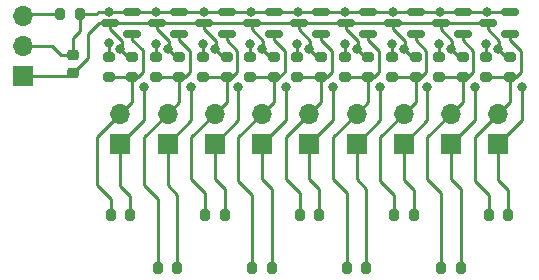
<source format=gtl>
%TF.GenerationSoftware,KiCad,Pcbnew,(6.0.2)*%
%TF.CreationDate,2022-02-22T17:34:28+01:00*%
%TF.ProjectId,temp_hotspot_detector,74656d70-5f68-46f7-9473-706f745f6465,rev?*%
%TF.SameCoordinates,Original*%
%TF.FileFunction,Copper,L1,Top*%
%TF.FilePolarity,Positive*%
%FSLAX46Y46*%
G04 Gerber Fmt 4.6, Leading zero omitted, Abs format (unit mm)*
G04 Created by KiCad (PCBNEW (6.0.2)) date 2022-02-22 17:34:28*
%MOMM*%
%LPD*%
G01*
G04 APERTURE LIST*
G04 Aperture macros list*
%AMRoundRect*
0 Rectangle with rounded corners*
0 $1 Rounding radius*
0 $2 $3 $4 $5 $6 $7 $8 $9 X,Y pos of 4 corners*
0 Add a 4 corners polygon primitive as box body*
4,1,4,$2,$3,$4,$5,$6,$7,$8,$9,$2,$3,0*
0 Add four circle primitives for the rounded corners*
1,1,$1+$1,$2,$3*
1,1,$1+$1,$4,$5*
1,1,$1+$1,$6,$7*
1,1,$1+$1,$8,$9*
0 Add four rect primitives between the rounded corners*
20,1,$1+$1,$2,$3,$4,$5,0*
20,1,$1+$1,$4,$5,$6,$7,0*
20,1,$1+$1,$6,$7,$8,$9,0*
20,1,$1+$1,$8,$9,$2,$3,0*%
G04 Aperture macros list end*
%TA.AperFunction,SMDPad,CuDef*%
%ADD10RoundRect,0.200000X0.275000X-0.200000X0.275000X0.200000X-0.275000X0.200000X-0.275000X-0.200000X0*%
%TD*%
%TA.AperFunction,ComponentPad*%
%ADD11R,1.700000X1.700000*%
%TD*%
%TA.AperFunction,ComponentPad*%
%ADD12O,1.700000X1.700000*%
%TD*%
%TA.AperFunction,SMDPad,CuDef*%
%ADD13RoundRect,0.200000X-0.275000X0.200000X-0.275000X-0.200000X0.275000X-0.200000X0.275000X0.200000X0*%
%TD*%
%TA.AperFunction,SMDPad,CuDef*%
%ADD14RoundRect,0.200000X-0.200000X-0.275000X0.200000X-0.275000X0.200000X0.275000X-0.200000X0.275000X0*%
%TD*%
%TA.AperFunction,SMDPad,CuDef*%
%ADD15RoundRect,0.225000X-0.250000X0.225000X-0.250000X-0.225000X0.250000X-0.225000X0.250000X0.225000X0*%
%TD*%
%TA.AperFunction,SMDPad,CuDef*%
%ADD16RoundRect,0.150000X0.587500X0.150000X-0.587500X0.150000X-0.587500X-0.150000X0.587500X-0.150000X0*%
%TD*%
%TA.AperFunction,ViaPad*%
%ADD17C,0.800000*%
%TD*%
%TA.AperFunction,Conductor*%
%ADD18C,0.250000*%
%TD*%
G04 APERTURE END LIST*
D10*
X57000000Y-59325000D03*
X57000000Y-57675000D03*
D11*
X48000000Y-65000000D03*
D12*
X48000000Y-62460000D03*
D13*
X67000000Y-57675000D03*
X67000000Y-59325000D03*
D11*
X64000000Y-65000000D03*
D12*
X64000000Y-62460000D03*
D14*
X67175000Y-71000000D03*
X68825000Y-71000000D03*
X59175000Y-71000000D03*
X60825000Y-71000000D03*
D10*
X65000000Y-59325000D03*
X65000000Y-57675000D03*
D13*
X47000000Y-57675000D03*
X47000000Y-59325000D03*
D11*
X44000000Y-65000000D03*
D12*
X44000000Y-62460000D03*
D13*
X71000000Y-57675000D03*
X71000000Y-59325000D03*
D15*
X39990000Y-57500000D03*
X39990000Y-59050000D03*
D13*
X43000000Y-57675000D03*
X43000000Y-59325000D03*
D10*
X45000000Y-59325000D03*
X45000000Y-57675000D03*
D11*
X56000000Y-65000000D03*
D12*
X56000000Y-62460000D03*
D11*
X35750000Y-59275000D03*
D12*
X35750000Y-56735000D03*
X35750000Y-54195000D03*
D13*
X75000000Y-57675000D03*
X75000000Y-59325000D03*
D16*
X49000000Y-55750000D03*
X49000000Y-53850000D03*
X47125000Y-54800000D03*
X77000000Y-55750000D03*
X77000000Y-53850000D03*
X75125000Y-54800000D03*
D14*
X47175000Y-75500000D03*
X48825000Y-75500000D03*
D13*
X63000000Y-57675000D03*
X63000000Y-59325000D03*
X51000000Y-57675000D03*
X51000000Y-59325000D03*
D11*
X72000000Y-65000000D03*
D12*
X72000000Y-62460000D03*
D16*
X53000000Y-55750000D03*
X53000000Y-53850000D03*
X51125000Y-54800000D03*
D11*
X68000000Y-65000000D03*
D12*
X68000000Y-62460000D03*
D11*
X60000000Y-65000000D03*
D12*
X60000000Y-62460000D03*
D13*
X55000000Y-57675000D03*
X55000000Y-59325000D03*
D14*
X55175000Y-75500000D03*
X56825000Y-75500000D03*
D16*
X45000000Y-55750000D03*
X45000000Y-53850000D03*
X43125000Y-54800000D03*
X73000000Y-55750000D03*
X73000000Y-53850000D03*
X71125000Y-54800000D03*
D14*
X71175000Y-75500000D03*
X72825000Y-75500000D03*
D11*
X76000000Y-65000000D03*
D12*
X76000000Y-62460000D03*
D10*
X73000000Y-59325000D03*
X73000000Y-57675000D03*
D16*
X65000000Y-55750000D03*
X65000000Y-53850000D03*
X63125000Y-54800000D03*
X61000000Y-55750000D03*
X61000000Y-53850000D03*
X59125000Y-54800000D03*
D10*
X49000000Y-59325000D03*
X49000000Y-57675000D03*
X69000000Y-59325000D03*
X69000000Y-57675000D03*
D14*
X63175000Y-75500000D03*
X64825000Y-75500000D03*
X51175000Y-71000000D03*
X52825000Y-71000000D03*
D10*
X77000000Y-59325000D03*
X77000000Y-57675000D03*
D14*
X38925000Y-54000000D03*
X40575000Y-54000000D03*
D16*
X57000000Y-55750000D03*
X57000000Y-53850000D03*
X55125000Y-54800000D03*
D14*
X43175000Y-71000000D03*
X44825000Y-71000000D03*
X75175000Y-71000000D03*
X76825000Y-71000000D03*
D10*
X53000000Y-59325000D03*
X53000000Y-57675000D03*
D16*
X69000000Y-55750000D03*
X69000000Y-53850000D03*
X67125000Y-54800000D03*
D10*
X61000000Y-59325000D03*
X61000000Y-57675000D03*
D13*
X59000000Y-57675000D03*
X59000000Y-59325000D03*
D11*
X52000000Y-65000000D03*
D12*
X52000000Y-62460000D03*
D17*
X55050000Y-53875000D03*
X71000000Y-56525000D03*
X43000000Y-56500000D03*
X55000000Y-56525000D03*
X59000000Y-56525000D03*
X63000000Y-56525000D03*
X47000000Y-56525000D03*
X63050000Y-53875000D03*
X75000000Y-56525000D03*
X51050000Y-53875000D03*
X43050000Y-53850000D03*
X75050000Y-53875000D03*
X67000000Y-56525000D03*
X51000000Y-56525000D03*
X67050000Y-53875000D03*
X71050000Y-53875000D03*
X59050000Y-53875000D03*
X47050000Y-53875000D03*
X50000000Y-60200000D03*
X72000000Y-57000000D03*
X56000000Y-57000000D03*
X60000000Y-57000000D03*
X68000000Y-57000000D03*
X46000000Y-60200000D03*
X62000000Y-60200000D03*
X48000000Y-57000000D03*
X78000000Y-60200000D03*
X74000000Y-60200000D03*
X66000000Y-60200000D03*
X54000000Y-60200000D03*
X76000000Y-57000000D03*
X52000000Y-57000000D03*
X64000000Y-57000000D03*
X70000000Y-60200000D03*
X44000000Y-57000000D03*
X58000000Y-60200000D03*
D18*
X43000000Y-57675000D02*
X43000000Y-56500000D01*
X67000000Y-57700000D02*
X67000000Y-56525000D01*
X47000000Y-57700000D02*
X47000000Y-56525000D01*
X42150000Y-53850000D02*
X42000000Y-54000000D01*
X63000000Y-57700000D02*
X63000000Y-56525000D01*
X43150000Y-53850000D02*
X43050000Y-53850000D01*
X71000000Y-57700000D02*
X71000000Y-56525000D01*
X40575000Y-54000000D02*
X40575000Y-55425000D01*
X38235000Y-56735000D02*
X35750000Y-56735000D01*
X77000000Y-53850000D02*
X47150000Y-53850000D01*
X55000000Y-57700000D02*
X55000000Y-56525000D01*
X47150000Y-53850000D02*
X43150000Y-53850000D01*
X40575000Y-55425000D02*
X39990000Y-56010000D01*
X51000000Y-57700000D02*
X51000000Y-56525000D01*
X42000000Y-54000000D02*
X40575000Y-54000000D01*
X39990000Y-57500000D02*
X39000000Y-57500000D01*
X59000000Y-57700000D02*
X59000000Y-56525000D01*
X39000000Y-57500000D02*
X38235000Y-56735000D01*
X75000000Y-57700000D02*
X75000000Y-56525000D01*
X39990000Y-56010000D02*
X39990000Y-57500000D01*
X43050000Y-53850000D02*
X42150000Y-53850000D01*
X39990000Y-59050000D02*
X41264520Y-57775480D01*
X55125000Y-55325000D02*
X56100000Y-56300000D01*
X72825000Y-75500000D02*
X72825000Y-68825000D01*
X44825000Y-69412500D02*
X44000000Y-68587500D01*
X64100000Y-56900000D02*
X64100000Y-56300000D01*
X62000000Y-63000000D02*
X62000000Y-60200000D01*
X58000000Y-63000000D02*
X58000000Y-60200000D01*
X68000000Y-65000000D02*
X70000000Y-63000000D01*
X63125000Y-54800000D02*
X63125000Y-55325000D01*
X44000000Y-57000000D02*
X44675000Y-57675000D01*
X68000000Y-68087500D02*
X68000000Y-65000000D01*
X64825000Y-68825000D02*
X64000000Y-68000000D01*
X52000000Y-68000000D02*
X52000000Y-65000000D01*
X63125000Y-55325000D02*
X64100000Y-56300000D01*
X67125000Y-55325000D02*
X68100000Y-56300000D01*
X64000000Y-65000000D02*
X66000000Y-63000000D01*
X60675000Y-57675000D02*
X61000000Y-57675000D01*
X50000000Y-63000000D02*
X50000000Y-60200000D01*
X44000000Y-65000000D02*
X46000000Y-63000000D01*
X44100000Y-56900000D02*
X44100000Y-56300000D01*
X60825000Y-71000000D02*
X60825000Y-68825000D01*
X76000000Y-57000000D02*
X76675000Y-57675000D01*
X48825000Y-69325000D02*
X48000000Y-68500000D01*
X43125000Y-54800000D02*
X45200000Y-54800000D01*
X52825000Y-71000000D02*
X52825000Y-68825000D01*
X48000000Y-68500000D02*
X48000000Y-65000000D01*
X46000000Y-63000000D02*
X46000000Y-60200000D01*
X44000000Y-68587500D02*
X44000000Y-65000000D01*
X52000000Y-57000000D02*
X52675000Y-57675000D01*
X48825000Y-75500000D02*
X48825000Y-69325000D01*
X75125000Y-54800000D02*
X75125000Y-55325000D01*
X35750000Y-59275000D02*
X39765000Y-59275000D01*
X52825000Y-68825000D02*
X52000000Y-68000000D01*
X60825000Y-68825000D02*
X60000000Y-68000000D01*
X52000000Y-65000000D02*
X54000000Y-63000000D01*
X60000000Y-65000000D02*
X62000000Y-63000000D01*
X74000000Y-63000000D02*
X74000000Y-60200000D01*
X64000000Y-68000000D02*
X64000000Y-65000000D01*
X68825000Y-68912500D02*
X68000000Y-68087500D01*
X76000000Y-68087500D02*
X76000000Y-65000000D01*
X67125000Y-54800000D02*
X67125000Y-55325000D01*
X47125000Y-55325000D02*
X48100000Y-56300000D01*
X66000000Y-63000000D02*
X66000000Y-60200000D01*
X51125000Y-54800000D02*
X51125000Y-55325000D01*
X76100000Y-56900000D02*
X76100000Y-56300000D01*
X60000000Y-68000000D02*
X60000000Y-65000000D01*
X68675000Y-57675000D02*
X69000000Y-57675000D01*
X56825000Y-68825000D02*
X56000000Y-68000000D01*
X76825000Y-68912500D02*
X76000000Y-68087500D01*
X52675000Y-57675000D02*
X53000000Y-57675000D01*
X76825000Y-71000000D02*
X76825000Y-68912500D01*
X68000000Y-57000000D02*
X68675000Y-57675000D01*
X56100000Y-56900000D02*
X56100000Y-56300000D01*
X72100000Y-56900000D02*
X72100000Y-56300000D01*
X72000000Y-68000000D02*
X72000000Y-65000000D01*
X47125000Y-54800000D02*
X47125000Y-55325000D01*
X72000000Y-57000000D02*
X72675000Y-57675000D01*
X56675000Y-57675000D02*
X57000000Y-57675000D01*
X72825000Y-68825000D02*
X72000000Y-68000000D01*
X44825000Y-71000000D02*
X44825000Y-69412500D01*
X43125000Y-55325000D02*
X44100000Y-56300000D01*
X41264520Y-57775480D02*
X41264520Y-55735480D01*
X48100000Y-56900000D02*
X48100000Y-56300000D01*
X64800000Y-54800000D02*
X75125000Y-54800000D01*
X64000000Y-57000000D02*
X64675000Y-57675000D01*
X75125000Y-55325000D02*
X76100000Y-56300000D01*
X68100000Y-56900000D02*
X68100000Y-56300000D01*
X54000000Y-63000000D02*
X54000000Y-60200000D01*
X76675000Y-57675000D02*
X77000000Y-57675000D01*
X59125000Y-55325000D02*
X60100000Y-56300000D01*
X48675000Y-57675000D02*
X49000000Y-57675000D01*
X48000000Y-65000000D02*
X50000000Y-63000000D01*
X60100000Y-56900000D02*
X60100000Y-56300000D01*
X56825000Y-75500000D02*
X56825000Y-68825000D01*
X64825000Y-75500000D02*
X64825000Y-68825000D01*
X72675000Y-57675000D02*
X73000000Y-57675000D01*
X68825000Y-71000000D02*
X68825000Y-68912500D01*
X55125000Y-54800000D02*
X55125000Y-55325000D01*
X44675000Y-57675000D02*
X45000000Y-57675000D01*
X56000000Y-68000000D02*
X56000000Y-65000000D01*
X39765000Y-59275000D02*
X39990000Y-59050000D01*
X56000000Y-65000000D02*
X58000000Y-63000000D01*
X59125000Y-54800000D02*
X59125000Y-55325000D01*
X56000000Y-57000000D02*
X56675000Y-57675000D01*
X60000000Y-57000000D02*
X60675000Y-57675000D01*
X71125000Y-55325000D02*
X72100000Y-56300000D01*
X48000000Y-57000000D02*
X48675000Y-57675000D01*
X43125000Y-54800000D02*
X43125000Y-55325000D01*
X78000000Y-63000000D02*
X78000000Y-60200000D01*
X51125000Y-55325000D02*
X52100000Y-56300000D01*
X42200000Y-54800000D02*
X43125000Y-54800000D01*
X41264520Y-55735480D02*
X42200000Y-54800000D01*
X52100000Y-56900000D02*
X52100000Y-56300000D01*
X70000000Y-63000000D02*
X70000000Y-60200000D01*
X76000000Y-65000000D02*
X78000000Y-63000000D01*
X45200000Y-54800000D02*
X64800000Y-54800000D01*
X71125000Y-54800000D02*
X71125000Y-55325000D01*
X72000000Y-65000000D02*
X74000000Y-63000000D01*
X64675000Y-57675000D02*
X65000000Y-57675000D01*
X35945000Y-54000000D02*
X38925000Y-54000000D01*
X35750000Y-54195000D02*
X35945000Y-54000000D01*
X77900000Y-57125000D02*
X77000000Y-56225000D01*
X77000000Y-61460000D02*
X76000000Y-62460000D01*
X77475000Y-59350000D02*
X77900000Y-58925000D01*
X77000000Y-59325000D02*
X77000000Y-61460000D01*
X77900000Y-58925000D02*
X77900000Y-57125000D01*
X75175000Y-69337500D02*
X74000000Y-68162500D01*
X74000000Y-64460000D02*
X76000000Y-62460000D01*
X77000000Y-56225000D02*
X77000000Y-55775000D01*
X75175000Y-71000000D02*
X75175000Y-69337500D01*
X74000000Y-68162500D02*
X74000000Y-64460000D01*
X75000000Y-59325000D02*
X77000000Y-59325000D01*
X77000000Y-59350000D02*
X77475000Y-59350000D01*
X73000000Y-61460000D02*
X72000000Y-62460000D01*
X71175000Y-75500000D02*
X71175000Y-69175000D01*
X73900000Y-58925000D02*
X73900000Y-57125000D01*
X70000000Y-64460000D02*
X72000000Y-62460000D01*
X73000000Y-56225000D02*
X73000000Y-55775000D01*
X73475000Y-59350000D02*
X73900000Y-58925000D01*
X73000000Y-59325000D02*
X73000000Y-61460000D01*
X70000000Y-68000000D02*
X70000000Y-64460000D01*
X71175000Y-69175000D02*
X70000000Y-68000000D01*
X71000000Y-59325000D02*
X73000000Y-59325000D01*
X73000000Y-59350000D02*
X73475000Y-59350000D01*
X73900000Y-57125000D02*
X73000000Y-56225000D01*
X69000000Y-61460000D02*
X68000000Y-62460000D01*
X69475000Y-59350000D02*
X69900000Y-58925000D01*
X67175000Y-69337500D02*
X66000000Y-68162500D01*
X69900000Y-58925000D02*
X69900000Y-57125000D01*
X67000000Y-59325000D02*
X69000000Y-59325000D01*
X69000000Y-56225000D02*
X69000000Y-55775000D01*
X67175000Y-71000000D02*
X67175000Y-69337500D01*
X66000000Y-64460000D02*
X68000000Y-62460000D01*
X69000000Y-59350000D02*
X69475000Y-59350000D01*
X66000000Y-68162500D02*
X66000000Y-64460000D01*
X69000000Y-59325000D02*
X69000000Y-61460000D01*
X69900000Y-57125000D02*
X69000000Y-56225000D01*
X63175000Y-75500000D02*
X63175000Y-69175000D01*
X62000000Y-64460000D02*
X64000000Y-62460000D01*
X65000000Y-59350000D02*
X65475000Y-59350000D01*
X63175000Y-69175000D02*
X62000000Y-68000000D01*
X65475000Y-59350000D02*
X65900000Y-58925000D01*
X65000000Y-61460000D02*
X64000000Y-62460000D01*
X65000000Y-59325000D02*
X65000000Y-61460000D01*
X63000000Y-59325000D02*
X65000000Y-59325000D01*
X65900000Y-57125000D02*
X65000000Y-56225000D01*
X62000000Y-68000000D02*
X62000000Y-64460000D01*
X65000000Y-56225000D02*
X65000000Y-55775000D01*
X65900000Y-58925000D02*
X65900000Y-57125000D01*
X61900000Y-57125000D02*
X61000000Y-56225000D01*
X58000000Y-68000000D02*
X58000000Y-64460000D01*
X59175000Y-69175000D02*
X58000000Y-68000000D01*
X61900000Y-58925000D02*
X61900000Y-57125000D01*
X58000000Y-64460000D02*
X60000000Y-62460000D01*
X61475000Y-59350000D02*
X61900000Y-58925000D01*
X61000000Y-61460000D02*
X60000000Y-62460000D01*
X61000000Y-59325000D02*
X61000000Y-61460000D01*
X59175000Y-71000000D02*
X59175000Y-69175000D01*
X61000000Y-56225000D02*
X61000000Y-55775000D01*
X61000000Y-59350000D02*
X61475000Y-59350000D01*
X59000000Y-59325000D02*
X61000000Y-59325000D01*
X54000000Y-68162500D02*
X55175000Y-69337500D01*
X57900000Y-58925000D02*
X57900000Y-57125000D01*
X55175000Y-69337500D02*
X55175000Y-75500000D01*
X57000000Y-59325000D02*
X57000000Y-61460000D01*
X57000000Y-56225000D02*
X57000000Y-55775000D01*
X57000000Y-59350000D02*
X57475000Y-59350000D01*
X57000000Y-61460000D02*
X56000000Y-62460000D01*
X57900000Y-57125000D02*
X57000000Y-56225000D01*
X56000000Y-62460000D02*
X54000000Y-64460000D01*
X57475000Y-59350000D02*
X57900000Y-58925000D01*
X54000000Y-64460000D02*
X54000000Y-68162500D01*
X55000000Y-59325000D02*
X57000000Y-59325000D01*
X53000000Y-61460000D02*
X52000000Y-62460000D01*
X51000000Y-59325000D02*
X53000000Y-59325000D01*
X51175000Y-71000000D02*
X51175000Y-69175000D01*
X53900000Y-58925000D02*
X53900000Y-57125000D01*
X53000000Y-59350000D02*
X53475000Y-59350000D01*
X50000000Y-68000000D02*
X50000000Y-64460000D01*
X50000000Y-64460000D02*
X52000000Y-62460000D01*
X51175000Y-69175000D02*
X50000000Y-68000000D01*
X53900000Y-57125000D02*
X53000000Y-56225000D01*
X53000000Y-59325000D02*
X53000000Y-61460000D01*
X53000000Y-56225000D02*
X53000000Y-55775000D01*
X53475000Y-59350000D02*
X53900000Y-58925000D01*
X49000000Y-59350000D02*
X49475000Y-59350000D01*
X47175000Y-75500000D02*
X47175000Y-69675000D01*
X46000000Y-64460000D02*
X48000000Y-62460000D01*
X49475000Y-59350000D02*
X49900000Y-58925000D01*
X47175000Y-69675000D02*
X46000000Y-68500000D01*
X49900000Y-58925000D02*
X49900000Y-57125000D01*
X46000000Y-68500000D02*
X46000000Y-64460000D01*
X49000000Y-61460000D02*
X48000000Y-62460000D01*
X47000000Y-59325000D02*
X49000000Y-59325000D01*
X49000000Y-59325000D02*
X49000000Y-61460000D01*
X49900000Y-57125000D02*
X49000000Y-56225000D01*
X49000000Y-56225000D02*
X49000000Y-55775000D01*
X44000000Y-62460000D02*
X45000000Y-61460000D01*
X43175000Y-69675000D02*
X42000000Y-68500000D01*
X45900000Y-58900000D02*
X45900000Y-57100000D01*
X45000000Y-56200000D02*
X45000000Y-55750000D01*
X45000000Y-61460000D02*
X45000000Y-59325000D01*
X45475000Y-59325000D02*
X45900000Y-58900000D01*
X42000000Y-64460000D02*
X44000000Y-62460000D01*
X43000000Y-59325000D02*
X45000000Y-59325000D01*
X42000000Y-68500000D02*
X42000000Y-64460000D01*
X45900000Y-57100000D02*
X45000000Y-56200000D01*
X45000000Y-59325000D02*
X45475000Y-59325000D01*
X43175000Y-71000000D02*
X43175000Y-69675000D01*
M02*

</source>
